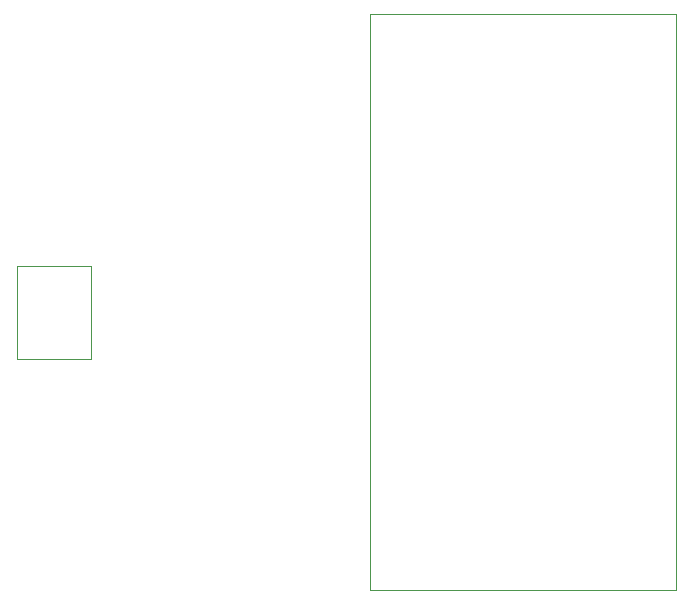
<source format=gbr>
G04*
G04 #@! TF.GenerationSoftware,Altium Limited,Altium Designer,24.6.1 (21)*
G04*
G04 Layer_Color=32768*
%FSLAX44Y44*%
%MOMM*%
G71*
G04*
G04 #@! TF.SameCoordinates,8B27C9E9-A4C2-4BD9-AFE1-7C446D6426E9*
G04*
G04*
G04 #@! TF.FilePolarity,Positive*
G04*
G01*
G75*
%ADD40C,0.0500*%
D40*
X1451570Y789980D02*
Y1277580D01*
X1192570D02*
X1451570D01*
X1192570Y789980D02*
Y1277580D01*
Y789980D02*
X1451570D01*
X893310Y985390D02*
Y1064390D01*
X955810D01*
Y985390D02*
Y1064390D01*
X893310Y985390D02*
X955810D01*
M02*

</source>
